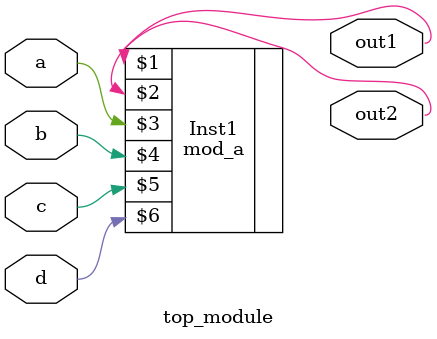
<source format=v>
module top_module ( 
    input a, 
    input b, 
    input c,
    input d,
    output out1,
    output out2
);

mod_a Inst1 (out1, out2, a, b, c, d);
endmodule
</source>
